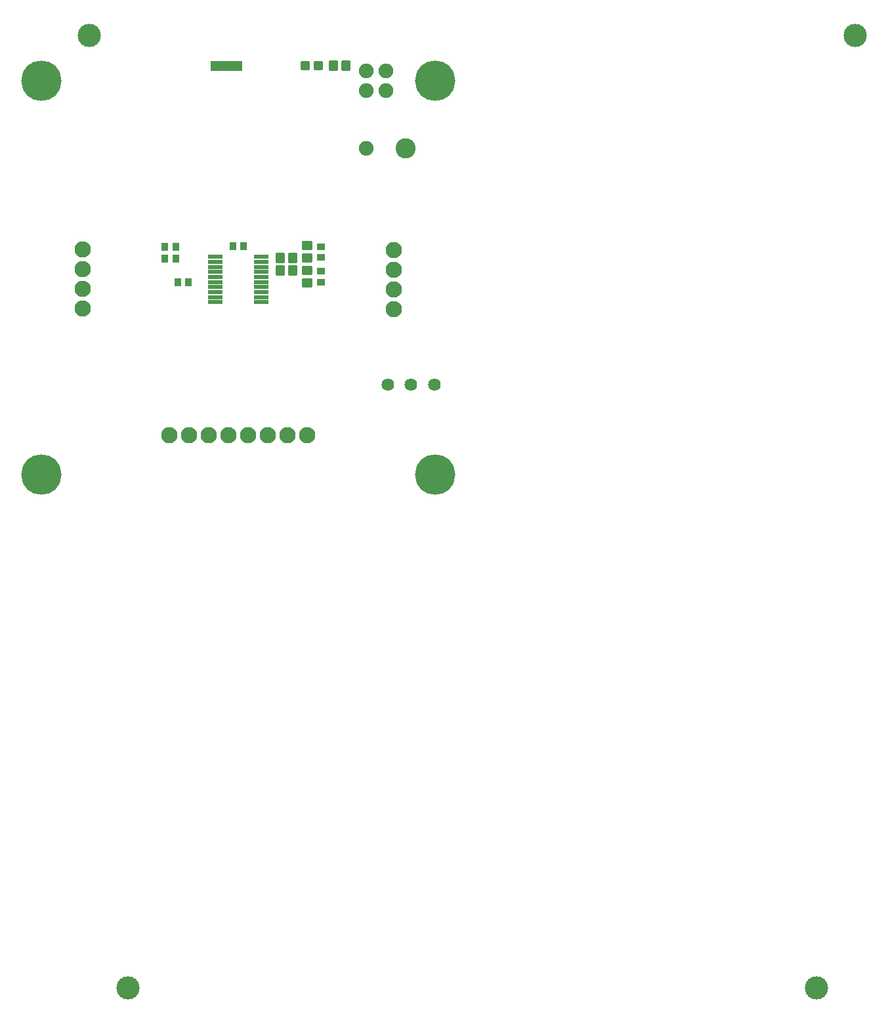
<source format=gts>
G04 Layer: TopSolderMaskLayer*
G04 Panelize: V-CUT, Column: 2, Row: 2, Board Size: 58.42mm x 58.42mm, Panelized Board Size: 118.84mm x 118.84mm*
G04 EasyEDA v6.5.34, 2023-09-29 09:21:01*
G04 773f863c4d044161bb83cbac7a5785c2,5a6b42c53f6a479593ecc07194224c93,10*
G04 Gerber Generator version 0.2*
G04 Scale: 100 percent, Rotated: No, Reflected: No *
G04 Dimensions in millimeters *
G04 leading zeros omitted , absolute positions ,4 integer and 5 decimal *
%FSLAX45Y45*%
%MOMM*%

%AMMACRO1*1,1,$1,$2,$3*1,1,$1,$4,$5*1,1,$1,0-$2,0-$3*1,1,$1,0-$4,0-$5*20,1,$1,$2,$3,$4,$5,0*20,1,$1,$4,$5,0-$2,0-$3,0*20,1,$1,0-$2,0-$3,0-$4,0-$5,0*20,1,$1,0-$4,0-$5,$2,$3,0*4,1,4,$2,$3,$4,$5,0-$2,0-$3,0-$4,0-$5,$2,$3,0*%
%ADD10MACRO1,0.2032X0.5X-0.55X-0.5X-0.55*%
%ADD11MACRO1,0.2032X0.55X0.5X0.55X-0.5*%
%ADD12MACRO1,0.2032X-0.55X-0.5X-0.55X0.5*%
%ADD13MACRO1,0.1016X-0.45X-0.4X-0.45X0.4*%
%ADD14MACRO1,0.1016X0.4X-0.45X-0.4X-0.45*%
%ADD15MACRO1,0.1016X-0.89X0.21X0.89X0.21*%
%ADD16MACRO1,0.2032X-0.45X-0.5X-0.45X0.5*%
%ADD17C,5.2032*%
%ADD18C,1.9016*%
%ADD19C,2.1016*%
%ADD20C,2.6016*%
%ADD21C,1.6256*%
%ADD22C,3.0000*%

%LPD*%
D10*
G01*
X3463287Y3175000D03*
G01*
X3623292Y3175000D03*
G01*
X3463287Y3009900D03*
G01*
X3623292Y3009900D03*
D11*
G01*
X3810000Y3171187D03*
G01*
X3810000Y3331192D03*
D12*
G01*
X3810000Y3013712D03*
G01*
X3810000Y2853707D03*
D13*
G01*
X3987800Y3321199D03*
G01*
X3987800Y3181200D03*
G01*
X3987800Y3003699D03*
G01*
X3987800Y2863700D03*
D14*
G01*
X2139800Y2857500D03*
G01*
X2279799Y2857500D03*
G01*
X2851000Y3327400D03*
G01*
X2990999Y3327400D03*
G01*
X1974700Y3314700D03*
G01*
X2114699Y3314700D03*
G01*
X1974700Y3162300D03*
G01*
X2114699Y3162300D03*
D15*
G01*
X2621000Y3188098D03*
G01*
X2621000Y3123100D03*
G01*
X2621000Y3058099D03*
G01*
X2621000Y2993100D03*
G01*
X2621000Y2928099D03*
G01*
X2621000Y2863100D03*
G01*
X2621000Y2798099D03*
G01*
X2621000Y2733100D03*
G01*
X2621000Y2668099D03*
G01*
X2621000Y2603101D03*
G01*
X3220999Y2603101D03*
G01*
X3220999Y2668099D03*
G01*
X3220999Y2733100D03*
G01*
X3220999Y2798099D03*
G01*
X3220999Y2863100D03*
G01*
X3220999Y2928099D03*
G01*
X3220999Y2993100D03*
G01*
X3220999Y3058099D03*
G01*
X3220999Y3123100D03*
G01*
X3220999Y3188098D03*
D16*
G01*
X3788486Y5651492D03*
G01*
X3958485Y5651492D03*
D10*
G01*
X4149087Y5651500D03*
G01*
X4309092Y5651500D03*
D17*
G01*
X381000Y5461000D03*
G01*
X5461000Y5461000D03*
G01*
X5461000Y381000D03*
G01*
X381000Y381000D03*
D18*
G01*
X4572000Y5588000D03*
G01*
X4572000Y5334000D03*
G01*
X4826000Y5334000D03*
G01*
X4826000Y5588000D03*
D19*
G01*
X3810000Y889000D03*
G01*
X3556000Y889000D03*
G01*
X3302000Y889000D03*
G01*
X3048000Y889000D03*
G01*
X2794000Y889000D03*
G01*
X2540000Y889000D03*
G01*
X2286000Y889000D03*
G01*
X2032000Y889000D03*
G01*
X4931206Y3020161D03*
G01*
X4931206Y2766161D03*
G01*
X4931206Y2512161D03*
G01*
X4931206Y3274161D03*
G01*
X910818Y2520340D03*
G01*
X910818Y3282340D03*
G01*
X910818Y3028340D03*
G01*
X910818Y2774340D03*
D20*
G01*
X5080000Y4584700D03*
D18*
G01*
X4572000Y4584700D03*
D21*
G01*
X5151399Y1536700D03*
G01*
X5451398Y1536700D03*
G01*
X4851400Y1536700D03*
D22*
G01*
X999997Y6041999D03*
G01*
X10884001Y6041999D03*
G01*
X1499996Y-6241999D03*
G01*
X10384002Y-6241999D03*
G36*
X2565400Y5715000D02*
G01*
X2971800Y5715000D01*
X2971800Y5588000D01*
X2565400Y5588000D01*
G37*
M02*

</source>
